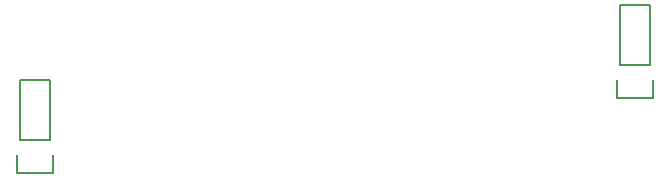
<source format=gbr>
G04 #@! TF.FileFunction,Legend,Bot*
%FSLAX46Y46*%
G04 Gerber Fmt 4.6, Leading zero omitted, Abs format (unit mm)*
G04 Created by KiCad (PCBNEW 4.0.2-stable) date 4/25/2016 1:20:28 PM*
%MOMM*%
G01*
G04 APERTURE LIST*
%ADD10C,0.100000*%
%ADD11C,0.150000*%
G04 APERTURE END LIST*
D10*
D11*
X189230000Y-88900000D02*
X189230000Y-83820000D01*
X189230000Y-83820000D02*
X191770000Y-83820000D01*
X191770000Y-83820000D02*
X191770000Y-88900000D01*
X192050000Y-91720000D02*
X192050000Y-90170000D01*
X191770000Y-88900000D02*
X189230000Y-88900000D01*
X188950000Y-90170000D02*
X188950000Y-91720000D01*
X188950000Y-91720000D02*
X192050000Y-91720000D01*
X138430000Y-95250000D02*
X138430000Y-90170000D01*
X138430000Y-90170000D02*
X140970000Y-90170000D01*
X140970000Y-90170000D02*
X140970000Y-95250000D01*
X141250000Y-98070000D02*
X141250000Y-96520000D01*
X140970000Y-95250000D02*
X138430000Y-95250000D01*
X138150000Y-96520000D02*
X138150000Y-98070000D01*
X138150000Y-98070000D02*
X141250000Y-98070000D01*
M02*

</source>
